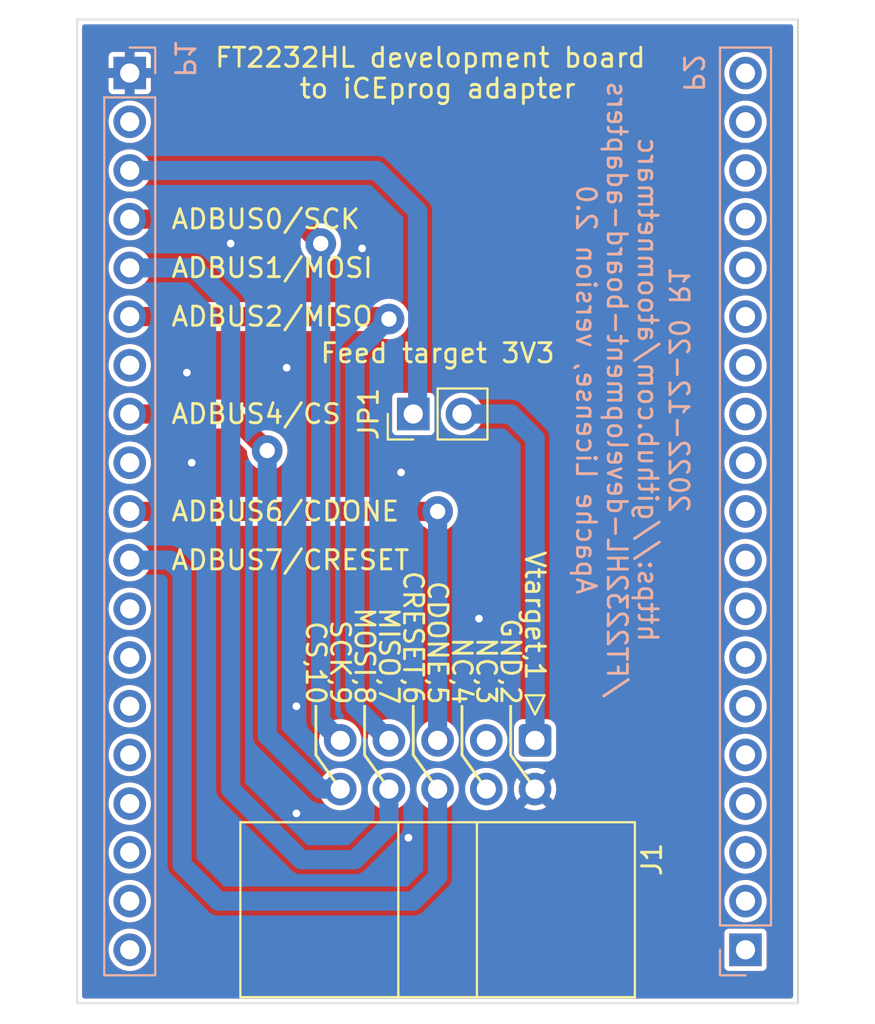
<source format=kicad_pcb>
(kicad_pcb (version 20211014) (generator pcbnew)
  (title_block (title "FT2232HL development board to iceprog") (date "2022-12-20") (rev "1") (company "https://github.com/atoomnetmarc/FT2232HL-development-board-adapters"))
  (layers (0 "F.Cu" signal) (31 "B.Cu" signal) (34 "B.Paste" user) (35 "F.Paste" user) (36 "B.SilkS" user "B.Silkscreen") (37 "F.SilkS" user "F.Silkscreen") (38 "B.Mask" user) (39 "F.Mask" user) (44 "Edge.Cuts" user))
  (net 0 "")
  (net 1 "GND")
  (net 2 "VIO")
  (net 3 "ADBUS0{slash}SCK")
  (net 4 "ADBUS1{slash}MOSI")
  (net 5 "ADBUS2{slash}MISO")
  (net 6 "ADBUS4{slash}CS")
  (net 7 "ADBUS6{slash}CDONE")
  (net 8 "ADBUS7{slash}CRESET")
  (net 9 "Net-(J1-Pad1)")
  (footprint "Connector_IDC:IDC-Header_2x05_P2.54mm_Horizontal" (layer "F.Cu") (at 5.08 119.888 -90)
    (fp_text reference "J1" (at 6.215 -6.1 90) (layer "F.SilkS"))
    (fp_text value "Conn_02x05_Odd_Even")
    (fp_line (start -2.35 -0.5) (end -2.35 0.5) (layer "F.SilkS") (width 0.12))
    (fp_line (start 4.27 15.37) (end 4.27 -5.21) (layer "F.SilkS") (width 0.12))
    (fp_line (start 4.27 -5.21) (end 13.39 -5.21) (layer "F.SilkS") (width 0.12))
    (fp_line (start 13.39 15.37) (end 4.27 15.37) (layer "F.SilkS") (width 0.12))
    (fp_line (start -2.35 0.5) (end -1.35 0) (layer "F.SilkS") (width 0.12))
    (fp_line (start 4.27 3.03) (end 13.39 3.03) (layer "F.SilkS") (width 0.12))
    (fp_line (start -1.35 0) (end -2.35 -0.5) (layer "F.SilkS") (width 0.12))
    (fp_line (start 4.27 7.13) (end 13.39 7.13) (layer "F.SilkS") (width 0.12))
    (fp_line (start 13.39 -5.21) (end 13.39 15.37) (layer "F.SilkS") (width 0.12))
    (pad "1" thru_hole roundrect (at 0 0 270) (size 1.7 1.7) (drill 1) (layers *.Cu *.Mask) (roundrect_rratio 0.1470588235) (net 9 "Net-(J1-Pad1)"))
    (pad "2" thru_hole circle (at 2.54 0 270) (size 1.7 1.7) (drill 1) (layers *.Cu *.Mask) (net 1 "GND"))
    (pad "3" thru_hole circle (at 0 2.54 270) (size 1.7 1.7) (drill 1) (layers *.Cu *.Mask))
    (pad "4" thru_hole circle (at 2.54 2.54 270) (size 1.7 1.7) (drill 1) (layers *.Cu *.Mask))
    (pad "5" thru_hole circle (at 0 5.08 270) (size 1.7 1.7) (drill 1) (layers *.Cu *.Mask) (net 7 "ADBUS6{slash}CDONE"))
    (pad "6" thru_hole circle (at 2.54 5.08 270) (size 1.7 1.7) (drill 1) (layers *.Cu *.Mask) (net 8 "ADBUS7{slash}CRESET"))
    (pad "7" thru_hole circle (at 0 7.62 270) (size 1.7 1.7) (drill 1) (layers *.Cu *.Mask) (net 5 "ADBUS2{slash}MISO"))
    (pad "8" thru_hole circle (at 2.54 7.62 270) (size 1.7 1.7) (drill 1) (layers *.Cu *.Mask) (net 4 "ADBUS1{slash}MOSI"))
    (pad "9" thru_hole circle (at 0 10.16 270) (size 1.7 1.7) (drill 1) (layers *.Cu *.Mask) (net 3 "ADBUS0{slash}SCK"))
    (pad "10" thru_hole circle (at 2.54 10.16 270) (size 1.7 1.7) (drill 1) (layers *.Cu *.Mask) (net 6 "ADBUS4{slash}CS"))
  )
  (footprint "Connector_PinHeader_2.54mm:PinHeader_1x02_P2.54mm_Vertical" (layer "F.Cu") (at -1.27 102.87 90)
    (fp_text reference "JP1" (at 0 -2.33 90) (layer "F.SilkS"))
    (fp_text value "Jumper_2_Open")
    (fp_line (start -1.33 1.27) (end -1.33 3.87) (layer "F.SilkS") (width 0.12))
    (fp_line (start 1.33 1.27) (end 1.33 3.87) (layer "F.SilkS") (width 0.12))
    (fp_line (start -1.33 3.87) (end 1.33 3.87) (layer "F.SilkS") (width 0.12))
    (fp_line (start -1.33 0) (end -1.33 -1.33) (layer "F.SilkS") (width 0.12))
    (fp_line (start -1.33 1.27) (end 1.33 1.27) (layer "F.SilkS") (width 0.12))
    (fp_line (start -1.33 -1.33) (end 0 -1.33) (layer "F.SilkS") (width 0.12))
    (pad "1" thru_hole rect (at 0 0 90) (size 1.7 1.7) (drill 1) (layers *.Cu *.Mask) (net 2 "VIO"))
    (pad "2" thru_hole oval (at 0 2.54 90) (size 1.7 1.7) (drill 1) (layers *.Cu *.Mask) (net 9 "Net-(J1-Pad1)"))
  )
  (footprint "Connector_PinHeader_2.54mm:PinHeader_1x19_P2.54mm_Vertical" (layer "B.Cu") (at -16.06 85.09 180)
    (fp_text reference "P1" (at -2.852 0.762 270 unlocked) (layer "B.SilkS") (effects (justify mirror)))
    (fp_text value "Conn_01x19_Male")
    (fp_line (start 1.33 -1.27) (end 1.33 -47.05) (layer "B.SilkS") (width 0.12))
    (fp_line (start -1.33 0) (end -1.33 1.33) (layer "B.SilkS") (width 0.12))
    (fp_line (start -1.33 -1.27) (end -1.33 -47.05) (layer "B.SilkS") (width 0.12))
    (fp_line (start -1.33 -47.05) (end 1.33 -47.05) (layer "B.SilkS") (width 0.12))
    (fp_line (start -1.33 1.33) (end 0 1.33) (layer "B.SilkS") (width 0.12))
    (fp_line (start -1.33 -1.27) (end 1.33 -1.27) (layer "B.SilkS") (width 0.12))
    (pad "1" thru_hole rect (at 0 0 180) (size 1.7 1.7) (drill 1) (layers *.Cu *.Mask) (net 1 "GND"))
    (pad "2" thru_hole oval (at 0 -2.54 180) (size 1.7 1.7) (drill 1) (layers *.Cu *.Mask))
    (pad "3" thru_hole oval (at 0 -5.08 180) (size 1.7 1.7) (drill 1) (layers *.Cu *.Mask) (net 2 "VIO"))
    (pad "4" thru_hole oval (at 0 -7.62 180) (size 1.7 1.7) (drill 1) (layers *.Cu *.Mask) (net 3 "ADBUS0{slash}SCK"))
    (pad "5" thru_hole oval (at 0 -10.16 180) (size 1.7 1.7) (drill 1) (layers *.Cu *.Mask) (net 4 "ADBUS1{slash}MOSI"))
    (pad "6" thru_hole oval (at 0 -12.7 180) (size 1.7 1.7) (drill 1) (layers *.Cu *.Mask) (net 5 "ADBUS2{slash}MISO"))
    (pad "7" thru_hole oval (at 0 -15.24 180) (size 1.7 1.7) (drill 1) (layers *.Cu *.Mask))
    (pad "8" thru_hole oval (at 0 -17.78 180) (size 1.7 1.7) (drill 1) (layers *.Cu *.Mask) (net 6 "ADBUS4{slash}CS"))
    (pad "9" thru_hole oval (at 0 -20.32 180) (size 1.7 1.7) (drill 1) (layers *.Cu *.Mask))
    (pad "10" thru_hole oval (at 0 -22.86 180) (size 1.7 1.7) (drill 1) (layers *.Cu *.Mask) (net 7 "ADBUS6{slash}CDONE"))
    (pad "11" thru_hole oval (at 0 -25.4 180) (size 1.7 1.7) (drill 1) (layers *.Cu *.Mask) (net 8 "ADBUS7{slash}CRESET"))
    (pad "12" thru_hole oval (at 0 -27.94 180) (size 1.7 1.7) (drill 1) (layers *.Cu *.Mask))
    (pad "13" thru_hole oval (at 0 -30.48 180) (size 1.7 1.7) (drill 1) (layers *.Cu *.Mask))
    (pad "14" thru_hole oval (at 0 -33.02 180) (size 1.7 1.7) (drill 1) (layers *.Cu *.Mask))
    (pad "15" thru_hole oval (at 0 -35.56 180) (size 1.7 1.7) (drill 1) (layers *.Cu *.Mask))
    (pad "16" thru_hole oval (at 0 -38.1 180) (size 1.7 1.7) (drill 1) (layers *.Cu *.Mask))
    (pad "17" thru_hole oval (at 0 -40.64 180) (size 1.7 1.7) (drill 1) (layers *.Cu *.Mask))
    (pad "18" thru_hole oval (at 0 -43.18 180) (size 1.7 1.7) (drill 1) (layers *.Cu *.Mask))
    (pad "19" thru_hole oval (at 0 -45.72 180) (size 1.7 1.7) (drill 1) (layers *.Cu *.Mask))
  )
  (footprint "Connector_PinHeader_2.54mm:PinHeader_1x19_P2.54mm_Vertical" (layer "B.Cu") (at 16.06 130.81)
    (fp_text reference "P2" (at -2.725 -45.72 -90 unlocked) (layer "B.SilkS") (effects (justify mirror)))
    (fp_text value "Conn_01x19_Male")
    (fp_line (start -1.33 0) (end -1.33 1.33) (layer "B.SilkS") (width 0.12))
    (fp_line (start -1.33 -47.05) (end 1.33 -47.05) (layer "B.SilkS") (width 0.12))
    (fp_line (start -1.33 1.33) (end 0 1.33) (layer "B.SilkS") (width 0.12))
    (fp_line (start -1.33 -1.27) (end 1.33 -1.27) (layer "B.SilkS") (width 0.12))
    (fp_line (start 1.33 -1.27) (end 1.33 -47.05) (layer "B.SilkS") (width 0.12))
    (fp_line (start -1.33 -1.27) (end -1.33 -47.05) (layer "B.SilkS") (width 0.12))
    (pad "1" thru_hole rect (at 0 0) (size 1.7 1.7) (drill 1) (layers *.Cu *.Mask))
    (pad "2" thru_hole oval (at 0 -2.54) (size 1.7 1.7) (drill 1) (layers *.Cu *.Mask))
    (pad "3" thru_hole oval (at 0 -5.08) (size 1.7 1.7) (drill 1) (layers *.Cu *.Mask))
    (pad "4" thru_hole oval (at 0 -7.62) (size 1.7 1.7) (drill 1) (layers *.Cu *.Mask))
    (pad "5" thru_hole oval (at 0 -10.16) (size 1.7 1.7) (drill 1) (layers *.Cu *.Mask))
    (pad "6" thru_hole oval (at 0 -12.7) (size 1.7 1.7) (drill 1) (layers *.Cu *.Mask))
    (pad "7" thru_hole oval (at 0 -15.24) (size 1.7 1.7) (drill 1) (layers *.Cu *.Mask))
    (pad "8" thru_hole oval (at 0 -17.78) (size 1.7 1.7) (drill 1) (layers *.Cu *.Mask))
    (pad "9" thru_hole oval (at 0 -20.32) (size 1.7 1.7) (drill 1) (layers *.Cu *.Mask))
    (pad "10" thru_hole oval (at 0 -22.86) (size 1.7 1.7) (drill 1) (layers *.Cu *.Mask))
    (pad "11" thru_hole oval (at 0 -25.4) (size 1.7 1.7) (drill 1) (layers *.Cu *.Mask))
    (pad "12" thru_hole oval (at 0 -27.94) (size 1.7 1.7) (drill 1) (layers *.Cu *.Mask))
    (pad "13" thru_hole oval (at 0 -30.48) (size 1.7 1.7) (drill 1) (layers *.Cu *.Mask))
    (pad "14" thru_hole oval (at 0 -33.02) (size 1.7 1.7) (drill 1) (layers *.Cu *.Mask))
    (pad "15" thru_hole oval (at 0 -35.56) (size 1.7 1.7) (drill 1) (layers *.Cu *.Mask))
    (pad "16" thru_hole oval (at 0 -38.1) (size 1.7 1.7) (drill 1) (layers *.Cu *.Mask))
    (pad "17" thru_hole oval (at 0 -40.64) (size 1.7 1.7) (drill 1) (layers *.Cu *.Mask))
    (pad "18" thru_hole oval (at 0 -43.18) (size 1.7 1.7) (drill 1) (layers *.Cu *.Mask))
    (pad "19" thru_hole oval (at 0 -45.72) (size 1.7 1.7) (drill 1) (layers *.Cu *.Mask))
  )
  (gr_line (start -6.35 118.11) (end -6.35 120.65) (layer "F.SilkS") (width 0.15))
  (gr_line (start 3.81 118.11) (end 3.81 120.65) (layer "F.SilkS") (width 0.15))
  (gr_line (start -1.27 118.11) (end -1.27 120.65) (layer "F.SilkS") (width 0.15))
  (gr_line (start 1.27 120.65) (end 2.54 122.428) (layer "F.SilkS") (width 0.15))
  (gr_line (start -3.81 118.11) (end -3.81 120.65) (layer "F.SilkS") (width 0.15))
  (gr_line (start 1.27 118.11) (end 1.27 120.65) (layer "F.SilkS") (width 0.15))
  (gr_line (start 3.81 120.65) (end 5.08 122.428) (layer "F.SilkS") (width 0.15))
  (gr_line (start -3.81 120.65) (end -2.54 122.428) (layer "F.SilkS") (width 0.15))
  (gr_line (start -1.27 120.65) (end 0 122.428) (layer "F.SilkS") (width 0.15))
  (gr_line (start -6.35 120.65) (end -5.08 122.428) (layer "F.SilkS") (width 0.15))
  (gr_line (start -18.796 82.296) (end 18.796 82.296) (layer "Edge.Cuts") (width 0.1))
  (gr_line (start 18.796 133.604) (end -18.796 133.604) (layer "Edge.Cuts") (width 0.1))
  (gr_line (start 18.796 82.296) (end 18.796 133.604) (layer "Edge.Cuts") (width 0.1))
  (gr_line (start -18.796 133.604) (end -18.796 82.296) (layer "Edge.Cuts") (width 0.1))
  (gr_text "2022-12-20 R1\nhttps://github.com/atoomnetmarc\n/FT2232HL-development-board-adapters\nApache License, version 2.0" (at 10.16 101.6 270) (layer "B.SilkS") (effects (font (size 1 1)) (justify mirror)))
  (gr_text "NC,3" (at 2.54 118.11 270) (layer "F.SilkS") (effects (font (size 1 1)) (justify right)))
  (gr_text "NC,4" (at 1.27 118.11 270) (layer "F.SilkS") (effects (font (size 1 1)) (justify right)))
  (gr_text "MISO,7" (at -2.54 118.11 270) (layer "F.SilkS") (effects (font (size 1 1)) (justify right)))
  (gr_text "MOSI,8" (at -3.81 118.11 270) (layer "F.SilkS") (effects (font (size 1 1)) (justify right)))
  (gr_text "GND,2" (at 3.81 118.11 270) (layer "F.SilkS") (effects (font (size 1 1)) (justify right)))
  (gr_text "SCK,9" (at -5.08 118.11 270) (layer "F.SilkS") (effects (font (size 1 1)) (justify right)))
  (gr_text "FT2232HL development board \nto iCEprog adapter\n" (at 0 85.09) (layer "F.SilkS") (effects (font (size 1 1))))
  (gr_text "Vtarget,1" (at 5.08 116.84 270) (layer "F.SilkS") (effects (font (size 1 1)) (justify right)))
  (gr_text "CS,10" (at -6.35 118.11 270) (layer "F.SilkS") (effects (font (size 1 1)) (justify right)))
  (gr_text "CRESET,6" (at -1.27 118.11 270) (layer "F.SilkS") (effects (font (size 1 1)) (justify right)))
  (gr_text "ADBUS4/CS" (at -13.97 102.87) (layer "F.SilkS") (effects (font (size 1 1)) (justify left)))
  (gr_text "ADBUS2/MISO" (at -13.97 97.79) (layer "F.SilkS") (effects (font (size 1 1)) (justify left)))
  (gr_text "ADBUS1/MOSI" (at -13.97 95.25) (layer "F.SilkS") (effects (font (size 1 1)) (justify left)))
  (gr_text "ADBUS6/CDONE" (at -13.97 107.95) (layer "F.SilkS") (effects (font (size 1 1)) (justify left)))
  (gr_text "ADBUS0/SCK" (at -13.97 92.71) (layer "F.SilkS") (effects (font (size 1 1)) (justify left)))
  (gr_text "Feed target 3V3" (at 0 99.695) (layer "F.SilkS") (effects (font (size 1 1))))
  (gr_text "ADBUS7/CRESET" (at -13.97 110.49) (layer "F.SilkS") (effects (font (size 1 1)) (justify left)))
  (gr_text "CDONE,5" (at 0 118.11 270) (layer "F.SilkS") (effects (font (size 1 1)) (justify right)))
  (via (at -1.905 105.918) (size 0.8) (drill 0.4) (layers "F.Cu" "B.Cu") (net 1))
  (via (at -1.524 124.968) (size 0.8) (drill 0.4) (layers "F.Cu" "B.Cu") (net 1))
  (via (at -13.081 100.711) (size 0.8) (drill 0.4) (layers "F.Cu" "B.Cu") (net 1))
  (via (at -7.874 100.457) (size 0.8) (drill 0.4) (layers "F.Cu" "B.Cu") (net 1))
  (via (at -3.937 94.234) (size 0.8) (drill 0.4) (layers "F.Cu" "B.Cu") (net 1))
  (via (at -7.366 123.698) (size 0.8) (drill 0.4) (layers "F.Cu" "B.Cu") (net 1))
  (via (at -12.827 105.41) (size 0.8) (drill 0.4) (layers "F.Cu" "B.Cu") (net 1))
  (via (at 2.159 113.538) (size 0.8) (drill 0.4) (layers "F.Cu" "B.Cu") (net 1))
  (via (at -10.795 93.98) (size 0.8) (drill 0.4) (layers "F.Cu" "B.Cu") (net 1))
  (via (at -7.366 118.11) (size 0.8) (drill 0.4) (layers "F.Cu" "B.Cu") (net 1))
  (segment (start -1.0405 92.3045) (end -3.175 90.17) (width 1) (layer "B.Cu") (net 2))
  (segment (start -1.27 102.87) (end -1.0405 102.6405) (width 1) (layer "B.Cu") (net 2))
  (segment (start -1.0405 102.6405) (end -1.0405 92.3045) (width 1) (layer "B.Cu") (net 2))
  (segment (start -3.175 90.17) (end -16.06 90.17) (width 1) (layer "B.Cu") (net 2))
  (segment (start -7.366 92.71) (end -6.096 93.98) (width 1) (layer "F.Cu") (net 3))
  (segment (start -16.06 92.71) (end -7.366 92.71) (width 1) (layer "F.Cu") (net 3))
  (via (at -6.096 93.98) (size 1.6) (drill 0.8) (layers "F.Cu" "B.Cu") (net 3))
  (segment (start -5.08 119.888) (end -6.096 118.872) (width 1) (layer "B.Cu") (net 3))
  (segment (start -6.096 118.872) (end -6.096 93.98) (width 1) (layer "B.Cu") (net 3))
  (segment (start -2.54 124.333) (end -2.54 122.428) (width 1) (layer "B.Cu") (net 4))
  (segment (start -7.112 126.111) (end -4.318 126.111) (width 1) (layer "B.Cu") (net 4))
  (segment (start -16.06 95.25) (end -12.7 95.25) (width 1) (layer "B.Cu") (net 4))
  (segment (start -10.795 122.428) (end -7.112 126.111) (width 1) (layer "B.Cu") (net 4))
  (segment (start -4.318 126.111) (end -2.54 124.333) (width 1) (layer "B.Cu") (net 4))
  (segment (start -10.795 97.155) (end -10.795 122.428) (width 1) (layer "B.Cu") (net 4))
  (segment (start -12.7 95.25) (end -10.795 97.155) (width 1) (layer "B.Cu") (net 4))
  (segment (start -16.06 97.79) (end -2.667 97.79) (width 1) (layer "F.Cu") (net 5))
  (segment (start -2.667 97.79) (end -2.54 97.917) (width 1) (layer "F.Cu") (net 5))
  (via (at -2.54 97.917) (size 1.6) (drill 0.8) (layers "F.Cu" "B.Cu") (net 5))
  (segment (start -2.54 119.888) (end -4.318 118.11) (width 1) (layer "B.Cu") (net 5))
  (segment (start -4.318 118.11) (end -4.318 99.695) (width 1) (layer "B.Cu") (net 5))
  (segment (start -4.318 99.695) (end -2.54 97.917) (width 1) (layer "B.Cu") (net 5))
  (segment (start -10.795 102.87) (end -8.89 104.775) (width 1) (layer "F.Cu") (net 6))
  (segment (start -16.06 102.87) (end -10.795 102.87) (width 1) (layer "F.Cu") (net 6))
  (via (at -8.89 104.775) (size 1.6) (drill 0.8) (layers "F.Cu" "B.Cu") (net 6))
  (segment (start -6.096 122.428) (end -8.89 119.634) (width 1) (layer "B.Cu") (net 6))
  (segment (start -5.08 122.428) (end -6.096 122.428) (width 1) (layer "B.Cu") (net 6))
  (segment (start -8.89 119.634) (end -8.89 104.775) (width 1) (layer "B.Cu") (net 6))
  (segment (start 0 107.95) (end -16.06 107.95) (width 1) (layer "F.Cu") (net 7))
  (via (at 0 107.95) (size 1.6) (drill 0.8) (layers "F.Cu" "B.Cu") (net 7))
  (segment (start 0 119.888) (end 0 107.95) (width 1) (layer "B.Cu") (net 7))
  (segment (start -11.43 128.27) (end -1.27 128.27) (width 1) (layer "B.Cu") (net 8))
  (segment (start -13.335 126.365) (end -11.43 128.27) (width 1) (layer "B.Cu") (net 8))
  (segment (start -13.335 111.125) (end -13.335 126.365) (width 1) (layer "B.Cu") (net 8))
  (segment (start -16.06 110.49) (end -13.97 110.49) (width 1) (layer "B.Cu") (net 8))
  (segment (start -1.27 128.27) (end 0 127) (width 1) (layer "B.Cu") (net 8))
  (segment (start -13.97 110.49) (end -13.335 111.125) (width 1) (layer "B.Cu") (net 8))
  (segment (start 0 127) (end 0 122.428) (width 1) (layer "B.Cu") (net 8))
  (segment (start 1.27 102.87) (end 3.81 102.87) (width 1) (layer "B.Cu") (net 9))
  (segment (start 5.08 104.14) (end 5.08 119.888) (width 1) (layer "B.Cu") (net 9))
  (segment (start 3.81 102.87) (end 5.08 104.14) (width 1) (layer "B.Cu") (net 9))
  (zone (net 1) (net_name "GND") (layers F&B.Cu) (connect_pads (clearance 0.254)) (min_thickness 0.254) (fill yes (thermal_gap 0.254) (thermal_bridge_width 0.508))
    (polygon (pts (xy 19.05 134.62) (xy -19.05 134.62) (xy -19.05 81.28) (xy 19.05 81.28)))
  )
)
</source>
